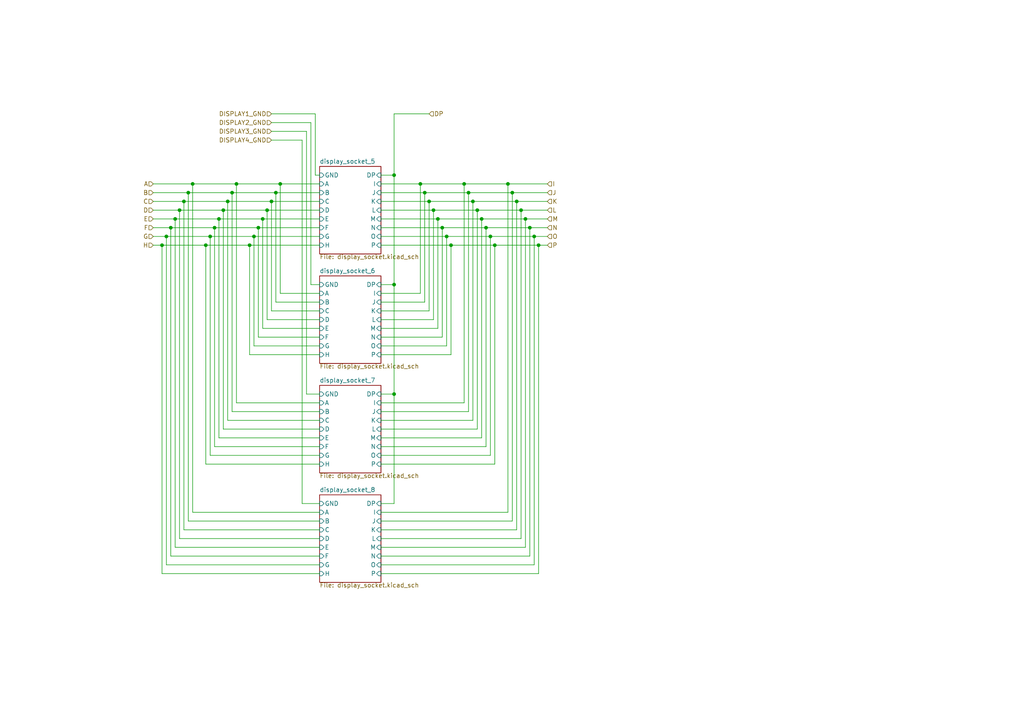
<source format=kicad_sch>
(kicad_sch (version 20230121) (generator eeschema)
  (paper "A4")
  (lib_symbols)
  (junction (at 151.13 60.96))
  (junction (at 121.92 53.34))
  (junction (at 50.8 63.5))
  (junction (at 148.59 55.88))
  (junction (at 68.58 53.34))
  (junction (at 140.97 66.04))
  (junction (at 147.32 53.34))
  (junction (at 66.04 58.42))
  (junction (at 127 63.5))
  (junction (at 156.21 71.12))
  (junction (at 49.53 66.04))
  (junction (at 134.62 53.34))
  (junction (at 114.3 114.3))
  (junction (at 114.3 82.55))
  (junction (at 77.47 60.96))
  (junction (at 76.2 63.5))
  (junction (at 78.74 58.42))
  (junction (at 138.43 60.96))
  (junction (at 52.07 60.96))
  (junction (at 81.28 53.34))
  (junction (at 72.39 71.12))
  (junction (at 62.23 66.04))
  (junction (at 67.31 55.88))
  (junction (at 142.24 68.58))
  (junction (at 55.88 53.34))
  (junction (at 129.54 68.58))
  (junction (at 48.26 68.58))
  (junction (at 123.19 55.88))
  (junction (at 135.89 55.88))
  (junction (at 152.4 63.5))
  (junction (at 114.3 50.8))
  (junction (at 137.16 58.42))
  (junction (at 125.73 60.96))
  (junction (at 64.77 60.96))
  (junction (at 54.61 55.88))
  (junction (at 124.46 58.42))
  (junction (at 59.69 71.12))
  (junction (at 139.7 63.5))
  (junction (at 143.51 71.12))
  (junction (at 130.81 71.12))
  (junction (at 53.34 58.42))
  (junction (at 153.67 66.04))
  (junction (at 46.99 71.12))
  (junction (at 73.66 68.58))
  (junction (at 80.01 55.88))
  (junction (at 63.5 63.5))
  (junction (at 154.94 68.58))
  (junction (at 149.86 58.42))
  (junction (at 128.27 66.04))
  (junction (at 60.96 68.58))
  (junction (at 74.93 66.04))
  (wire (pts (xy 46.99 71.12) (xy 59.69 71.12)))
  (wire (pts (xy 78.74 58.42) (xy 92.71 58.42)))
  (wire (pts (xy 64.77 60.96) (xy 77.47 60.96)))
  (wire (pts (xy 44.45 58.42) (xy 53.34 58.42)))
  (wire (pts (xy 60.96 132.08) (xy 92.71 132.08)))
  (wire (pts (xy 153.67 66.04) (xy 158.75 66.04)))
  (wire (pts (xy 80.01 87.63) (xy 92.71 87.63)))
  (wire (pts (xy 139.7 63.5) (xy 127 63.5)))
  (wire (pts (xy 147.32 53.34) (xy 134.62 53.34)))
  (wire (pts (xy 67.31 119.38) (xy 92.71 119.38)))
  (wire (pts (xy 59.69 71.12) (xy 72.39 71.12)))
  (wire (pts (xy 90.17 82.55) (xy 92.71 82.55)))
  (wire (pts (xy 140.97 129.54) (xy 140.97 66.04)))
  (wire (pts (xy 110.49 95.25) (xy 127 95.25)))
  (wire (pts (xy 110.49 119.38) (xy 135.89 119.38)))
  (wire (pts (xy 110.49 127) (xy 139.7 127)))
  (wire (pts (xy 68.58 116.84) (xy 68.58 53.34)))
  (wire (pts (xy 53.34 153.67) (xy 53.34 58.42)))
  (wire (pts (xy 52.07 60.96) (xy 64.77 60.96)))
  (wire (pts (xy 54.61 151.13) (xy 92.71 151.13)))
  (wire (pts (xy 156.21 71.12) (xy 143.51 71.12)))
  (wire (pts (xy 110.49 161.29) (xy 153.67 161.29)))
  (wire (pts (xy 142.24 68.58) (xy 154.94 68.58)))
  (wire (pts (xy 80.01 87.63) (xy 80.01 55.88)))
  (wire (pts (xy 52.07 156.21) (xy 52.07 60.96)))
  (wire (pts (xy 110.49 58.42) (xy 124.46 58.42)))
  (wire (pts (xy 55.88 53.34) (xy 68.58 53.34)))
  (wire (pts (xy 121.92 85.09) (xy 121.92 53.34)))
  (wire (pts (xy 110.49 163.83) (xy 154.94 163.83)))
  (wire (pts (xy 78.74 35.56) (xy 90.17 35.56)))
  (wire (pts (xy 149.86 153.67) (xy 149.86 58.42)))
  (wire (pts (xy 64.77 124.46) (xy 92.71 124.46)))
  (wire (pts (xy 72.39 102.87) (xy 72.39 71.12)))
  (wire (pts (xy 110.49 68.58) (xy 129.54 68.58)))
  (wire (pts (xy 59.69 134.62) (xy 92.71 134.62)))
  (wire (pts (xy 67.31 55.88) (xy 80.01 55.88)))
  (wire (pts (xy 138.43 60.96) (xy 125.73 60.96)))
  (wire (pts (xy 151.13 60.96) (xy 138.43 60.96)))
  (wire (pts (xy 147.32 53.34) (xy 158.75 53.34)))
  (wire (pts (xy 151.13 60.96) (xy 158.75 60.96)))
  (wire (pts (xy 91.44 33.02) (xy 78.74 33.02)))
  (wire (pts (xy 128.27 97.79) (xy 128.27 66.04)))
  (wire (pts (xy 64.77 124.46) (xy 64.77 60.96)))
  (wire (pts (xy 72.39 102.87) (xy 92.71 102.87)))
  (wire (pts (xy 52.07 156.21) (xy 92.71 156.21)))
  (wire (pts (xy 44.45 63.5) (xy 50.8 63.5)))
  (wire (pts (xy 53.34 58.42) (xy 66.04 58.42)))
  (wire (pts (xy 142.24 132.08) (xy 142.24 68.58)))
  (wire (pts (xy 49.53 161.29) (xy 49.53 66.04)))
  (wire (pts (xy 143.51 134.62) (xy 143.51 71.12)))
  (wire (pts (xy 72.39 71.12) (xy 92.71 71.12)))
  (wire (pts (xy 156.21 166.37) (xy 156.21 71.12)))
  (wire (pts (xy 74.93 66.04) (xy 92.71 66.04)))
  (wire (pts (xy 110.49 146.05) (xy 114.3 146.05)))
  (wire (pts (xy 137.16 121.92) (xy 137.16 58.42)))
  (wire (pts (xy 74.93 97.79) (xy 92.71 97.79)))
  (wire (pts (xy 67.31 119.38) (xy 67.31 55.88)))
  (wire (pts (xy 80.01 55.88) (xy 92.71 55.88)))
  (wire (pts (xy 110.49 100.33) (xy 129.54 100.33)))
  (wire (pts (xy 139.7 127) (xy 139.7 63.5)))
  (wire (pts (xy 77.47 60.96) (xy 92.71 60.96)))
  (wire (pts (xy 110.49 158.75) (xy 152.4 158.75)))
  (wire (pts (xy 49.53 161.29) (xy 92.71 161.29)))
  (wire (pts (xy 110.49 134.62) (xy 143.51 134.62)))
  (wire (pts (xy 149.86 58.42) (xy 158.75 58.42)))
  (wire (pts (xy 48.26 163.83) (xy 92.71 163.83)))
  (wire (pts (xy 153.67 66.04) (xy 140.97 66.04)))
  (wire (pts (xy 76.2 63.5) (xy 92.71 63.5)))
  (wire (pts (xy 143.51 71.12) (xy 130.81 71.12)))
  (wire (pts (xy 91.44 50.8) (xy 91.44 33.02)))
  (wire (pts (xy 110.49 148.59) (xy 147.32 148.59)))
  (wire (pts (xy 140.97 66.04) (xy 128.27 66.04)))
  (wire (pts (xy 44.45 71.12) (xy 46.99 71.12)))
  (wire (pts (xy 123.19 55.88) (xy 123.19 87.63)))
  (wire (pts (xy 110.49 116.84) (xy 134.62 116.84)))
  (wire (pts (xy 46.99 166.37) (xy 92.71 166.37)))
  (wire (pts (xy 73.66 68.58) (xy 92.71 68.58)))
  (wire (pts (xy 138.43 124.46) (xy 138.43 60.96)))
  (wire (pts (xy 110.49 53.34) (xy 121.92 53.34)))
  (wire (pts (xy 110.49 90.17) (xy 124.46 90.17)))
  (wire (pts (xy 110.49 132.08) (xy 142.24 132.08)))
  (wire (pts (xy 77.47 92.71) (xy 92.71 92.71)))
  (wire (pts (xy 50.8 158.75) (xy 92.71 158.75)))
  (wire (pts (xy 66.04 58.42) (xy 78.74 58.42)))
  (wire (pts (xy 74.93 97.79) (xy 74.93 66.04)))
  (wire (pts (xy 148.59 151.13) (xy 148.59 55.88)))
  (wire (pts (xy 66.04 121.92) (xy 92.71 121.92)))
  (wire (pts (xy 46.99 166.37) (xy 46.99 71.12)))
  (wire (pts (xy 110.49 124.46) (xy 138.43 124.46)))
  (wire (pts (xy 114.3 146.05) (xy 114.3 114.3)))
  (wire (pts (xy 110.49 50.8) (xy 114.3 50.8)))
  (wire (pts (xy 63.5 127) (xy 92.71 127)))
  (wire (pts (xy 114.3 114.3) (xy 114.3 82.55)))
  (wire (pts (xy 154.94 68.58) (xy 158.75 68.58)))
  (wire (pts (xy 125.73 92.71) (xy 125.73 60.96)))
  (wire (pts (xy 44.45 68.58) (xy 48.26 68.58)))
  (wire (pts (xy 135.89 119.38) (xy 135.89 55.88)))
  (wire (pts (xy 110.49 92.71) (xy 125.73 92.71)))
  (wire (pts (xy 90.17 35.56) (xy 90.17 82.55)))
  (wire (pts (xy 110.49 102.87) (xy 130.81 102.87)))
  (wire (pts (xy 148.59 55.88) (xy 135.89 55.88)))
  (wire (pts (xy 88.9 38.1) (xy 88.9 114.3)))
  (wire (pts (xy 76.2 95.25) (xy 76.2 63.5)))
  (wire (pts (xy 114.3 50.8) (xy 114.3 33.02)))
  (wire (pts (xy 110.49 129.54) (xy 140.97 129.54)))
  (wire (pts (xy 147.32 148.59) (xy 147.32 53.34)))
  (wire (pts (xy 62.23 129.54) (xy 92.71 129.54)))
  (wire (pts (xy 60.96 132.08) (xy 60.96 68.58)))
  (wire (pts (xy 114.3 33.02) (xy 124.46 33.02)))
  (wire (pts (xy 44.45 66.04) (xy 49.53 66.04)))
  (wire (pts (xy 44.45 55.88) (xy 54.61 55.88)))
  (wire (pts (xy 153.67 161.29) (xy 153.67 66.04)))
  (wire (pts (xy 44.45 53.34) (xy 55.88 53.34)))
  (wire (pts (xy 110.49 166.37) (xy 156.21 166.37)))
  (wire (pts (xy 59.69 134.62) (xy 59.69 71.12)))
  (wire (pts (xy 110.49 87.63) (xy 123.19 87.63)))
  (wire (pts (xy 78.74 90.17) (xy 78.74 58.42)))
  (wire (pts (xy 81.28 85.09) (xy 92.71 85.09)))
  (wire (pts (xy 110.49 63.5) (xy 127 63.5)))
  (wire (pts (xy 62.23 66.04) (xy 74.93 66.04)))
  (wire (pts (xy 87.63 146.05) (xy 92.71 146.05)))
  (wire (pts (xy 50.8 158.75) (xy 50.8 63.5)))
  (wire (pts (xy 63.5 127) (xy 63.5 63.5)))
  (wire (pts (xy 48.26 163.83) (xy 48.26 68.58)))
  (wire (pts (xy 76.2 95.25) (xy 92.71 95.25)))
  (wire (pts (xy 110.49 156.21) (xy 151.13 156.21)))
  (wire (pts (xy 114.3 82.55) (xy 114.3 50.8)))
  (wire (pts (xy 154.94 68.58) (xy 154.94 163.83)))
  (wire (pts (xy 110.49 71.12) (xy 130.81 71.12)))
  (wire (pts (xy 55.88 148.59) (xy 92.71 148.59)))
  (wire (pts (xy 129.54 68.58) (xy 129.54 100.33)))
  (wire (pts (xy 55.88 148.59) (xy 55.88 53.34)))
  (wire (pts (xy 81.28 85.09) (xy 81.28 53.34)))
  (wire (pts (xy 73.66 100.33) (xy 92.71 100.33)))
  (wire (pts (xy 66.04 121.92) (xy 66.04 58.42)))
  (wire (pts (xy 149.86 58.42) (xy 137.16 58.42)))
  (wire (pts (xy 54.61 151.13) (xy 54.61 55.88)))
  (wire (pts (xy 110.49 55.88) (xy 123.19 55.88)))
  (wire (pts (xy 151.13 156.21) (xy 151.13 60.96)))
  (wire (pts (xy 110.49 153.67) (xy 149.86 153.67)))
  (wire (pts (xy 68.58 116.84) (xy 92.71 116.84)))
  (wire (pts (xy 88.9 114.3) (xy 92.71 114.3)))
  (wire (pts (xy 130.81 102.87) (xy 130.81 71.12)))
  (wire (pts (xy 73.66 100.33) (xy 73.66 68.58)))
  (wire (pts (xy 137.16 58.42) (xy 124.46 58.42)))
  (wire (pts (xy 78.74 38.1) (xy 88.9 38.1)))
  (wire (pts (xy 148.59 55.88) (xy 158.75 55.88)))
  (wire (pts (xy 110.49 97.79) (xy 128.27 97.79)))
  (wire (pts (xy 50.8 63.5) (xy 63.5 63.5)))
  (wire (pts (xy 53.34 153.67) (xy 92.71 153.67)))
  (wire (pts (xy 110.49 151.13) (xy 148.59 151.13)))
  (wire (pts (xy 78.74 40.64) (xy 87.63 40.64)))
  (wire (pts (xy 77.47 92.71) (xy 77.47 60.96)))
  (wire (pts (xy 54.61 55.88) (xy 67.31 55.88)))
  (wire (pts (xy 63.5 63.5) (xy 76.2 63.5)))
  (wire (pts (xy 156.21 71.12) (xy 158.75 71.12)))
  (wire (pts (xy 81.28 53.34) (xy 92.71 53.34)))
  (wire (pts (xy 124.46 90.17) (xy 124.46 58.42)))
  (wire (pts (xy 62.23 129.54) (xy 62.23 66.04)))
  (wire (pts (xy 134.62 53.34) (xy 121.92 53.34)))
  (wire (pts (xy 87.63 40.64) (xy 87.63 146.05)))
  (wire (pts (xy 134.62 116.84) (xy 134.62 53.34)))
  (wire (pts (xy 44.45 60.96) (xy 52.07 60.96)))
  (wire (pts (xy 135.89 55.88) (xy 123.19 55.88)))
  (wire (pts (xy 110.49 60.96) (xy 125.73 60.96)))
  (wire (pts (xy 110.49 82.55) (xy 114.3 82.55)))
  (wire (pts (xy 49.53 66.04) (xy 62.23 66.04)))
  (wire (pts (xy 60.96 68.58) (xy 73.66 68.58)))
  (wire (pts (xy 110.49 121.92) (xy 137.16 121.92)))
  (wire (pts (xy 152.4 63.5) (xy 158.75 63.5)))
  (wire (pts (xy 110.49 66.04) (xy 128.27 66.04)))
  (wire (pts (xy 139.7 63.5) (xy 152.4 63.5)))
  (wire (pts (xy 48.26 68.58) (xy 60.96 68.58)))
  (wire (pts (xy 142.24 68.58) (xy 129.54 68.58)))
  (wire (pts (xy 68.58 53.34) (xy 81.28 53.34)))
  (wire (pts (xy 92.71 50.8) (xy 91.44 50.8)))
  (wire (pts (xy 110.49 85.09) (xy 121.92 85.09)))
  (wire (pts (xy 78.74 90.17) (xy 92.71 90.17)))
  (wire (pts (xy 110.49 114.3) (xy 114.3 114.3)))
  (wire (pts (xy 127 63.5) (xy 127 95.25)))
  (wire (pts (xy 152.4 63.5) (xy 152.4 158.75)))
  (hierarchical_label "J" (shape input) (at 158.75 55.88 0))
  (hierarchical_label "DISPLAY3_GND" (shape input) (at 78.74 38.1 180))
  (hierarchical_label "DISPLAY1_GND" (shape input) (at 78.74 33.02 180))
  (hierarchical_label "D" (shape input) (at 44.45 60.96 180))
  (hierarchical_label "G" (shape input) (at 44.45 68.58 180))
  (hierarchical_label "N" (shape input) (at 158.75 66.04 0))
  (hierarchical_label "L" (shape input) (at 158.75 60.96 0))
  (hierarchical_label "C" (shape input) (at 44.45 58.42 180))
  (hierarchical_label "P" (shape input) (at 158.75 71.12 0))
  (hierarchical_label "K" (shape input) (at 158.75 58.42 0))
  (hierarchical_label "E" (shape input) (at 44.45 63.5 180))
  (hierarchical_label "DP" (shape input) (at 124.46 33.02 0))
  (hierarchical_label "F" (shape input) (at 44.45 66.04 180))
  (hierarchical_label "DISPLAY4_GND" (shape input) (at 78.74 40.64 180))
  (hierarchical_label "A" (shape input) (at 44.45 53.34 180))
  (hierarchical_label "H" (shape input) (at 44.45 71.12 180))
  (hierarchical_label "I" (shape input) (at 158.75 53.34 0))
  (hierarchical_label "O" (shape input) (at 158.75 68.58 0))
  (hierarchical_label "DISPLAY2_GND" (shape input) (at 78.74 35.56 180))
  (hierarchical_label "M" (shape input) (at 158.75 63.5 0))
  (hierarchical_label "B" (shape input) (at 44.45 55.88 180))
  (sheet (at 92.71 143.51) (size 17.78 25.4) (stroke (width 0.1524))
    (property "Sheetname" "display_socket_8" (at 92.71 142.7984 0) (effects (justify left bottom)))
    (property "Sheetfile" "display_socket.kicad_sch" (at 92.71 168.9866 0) (effects (justify left top)))
    (pin "K" input (at 110.49 153.67 0))
    (pin "B" input (at 92.71 151.13 180))
    (pin "C" input (at 92.71 153.67 180))
    (pin "GND" input (at 92.71 146.05 180))
    (pin "E" input (at 92.71 158.75 180))
    (pin "D" input (at 92.71 156.21 180))
    (pin "DP" input (at 110.49 146.05 0))
    (pin "M" input (at 110.49 158.75 0))
    (pin "L" input (at 110.49 156.21 0))
    (pin "P" input (at 110.49 166.37 0))
    (pin "O" input (at 110.49 163.83 0))
    (pin "N" input (at 110.49 161.29 0))
    (pin "A" input (at 92.71 148.59 180))
    (pin "J" input (at 110.49 151.13 0))
    (pin "H" input (at 92.71 166.37 180))
    (pin "I" input (at 110.49 148.59 0))
    (pin "F" input (at 92.71 161.29 180))
    (pin "G" input (at 92.71 163.83 180))
  )
  (sheet (at 92.71 111.76) (size 17.78 25.4) (stroke (width 0.1524))
    (property "Sheetname" "display_socket_7" (at 92.71 111.0484 0) (effects (justify left bottom)))
    (property "Sheetfile" "display_socket.kicad_sch" (at 92.71 137.2366 0) (effects (justify left top)))
    (pin "K" input (at 110.49 121.92 0))
    (pin "B" input (at 92.71 119.38 180))
    (pin "C" input (at 92.71 121.92 180))
    (pin "GND" input (at 92.71 114.3 180))
    (pin "E" input (at 92.71 127 180))
    (pin "D" input (at 92.71 124.46 180))
    (pin "DP" input (at 110.49 114.3 0))
    (pin "M" input (at 110.49 127 0))
    (pin "L" input (at 110.49 124.46 0))
    (pin "P" input (at 110.49 134.62 0))
    (pin "O" input (at 110.49 132.08 0))
    (pin "N" input (at 110.49 129.54 0))
    (pin "A" input (at 92.71 116.84 180))
    (pin "J" input (at 110.49 119.38 0))
    (pin "H" input (at 92.71 134.62 180))
    (pin "I" input (at 110.49 116.84 0))
    (pin "F" input (at 92.71 129.54 180))
    (pin "G" input (at 92.71 132.08 180))
  )
  (sheet (at 92.71 48.26) (size 17.78 25.4) (stroke (width 0.1524))
    (property "Sheetname" "display_socket_5" (at 92.71 47.5484 0) (effects (justify left bottom)))
    (property "Sheetfile" "display_socket.kicad_sch" (at 92.71 73.7366 0) (effects (justify left top)))
    (pin "K" input (at 110.49 58.42 0))
    (pin "B" input (at 92.71 55.88 180))
    (pin "C" input (at 92.71 58.42 180))
    (pin "GND" input (at 92.71 50.8 180))
    (pin "E" input (at 92.71 63.5 180))
    (pin "D" input (at 92.71 60.96 180))
    (pin "DP" input (at 110.49 50.8 0))
    (pin "M" input (at 110.49 63.5 0))
    (pin "L" input (at 110.49 60.96 0))
    (pin "P" input (at 110.49 71.12 0))
    (pin "O" input (at 110.49 68.58 0))
    (pin "N" input (at 110.49 66.04 0))
    (pin "A" input (at 92.71 53.34 180))
    (pin "J" input (at 110.49 55.88 0))
    (pin "H" input (at 92.71 71.12 180))
    (pin "I" input (at 110.49 53.34 0))
    (pin "F" input (at 92.71 66.04 180))
    (pin "G" input (at 92.71 68.58 180))
  )
  (sheet (at 92.71 80.01) (size 17.78 25.4) (stroke (width 0.1524))
    (property "Sheetname" "display_socket_6" (at 92.71 79.2984 0) (effects (justify left bottom)))
    (property "Sheetfile" "display_socket.kicad_sch" (at 92.71 105.4866 0) (effects (justify left top)))
    (pin "K" input (at 110.49 90.17 0))
    (pin "B" input (at 92.71 87.63 180))
    (pin "C" input (at 92.71 90.17 180))
    (pin "GND" input (at 92.71 82.55 180))
    (pin "E" input (at 92.71 95.25 180))
    (pin "D" input (at 92.71 92.71 180))
    (pin "DP" input (at 110.49 82.55 0))
    (pin "M" input (at 110.49 95.25 0))
    (pin "L" input (at 110.49 92.71 0))
    (pin "P" input (at 110.49 102.87 0))
    (pin "O" input (at 110.49 100.33 0))
    (pin "N" input (at 110.49 97.79 0))
    (pin "A" input (at 92.71 85.09 180))
    (pin "J" input (at 110.49 87.63 0))
    (pin "H" input (at 92.71 102.87 180))
    (pin "I" input (at 110.49 85.09 0))
    (pin "F" input (at 92.71 97.79 180))
    (pin "G" input (at 92.71 100.33 180))
  )
)
</source>
